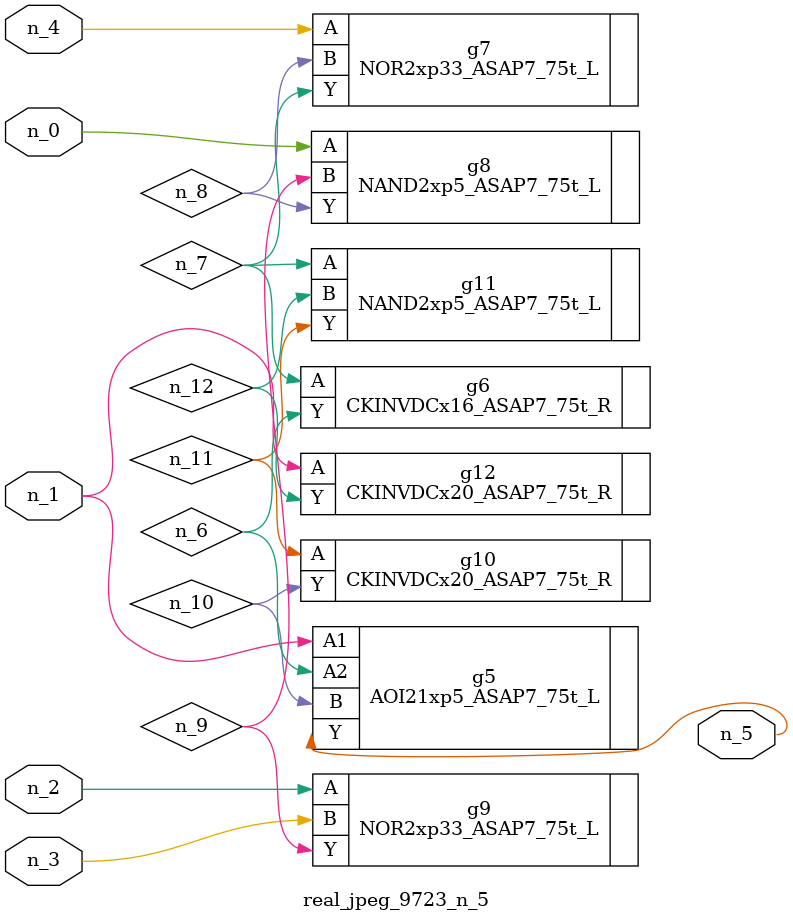
<source format=v>
module real_jpeg_9723_n_5 (n_4, n_0, n_1, n_2, n_3, n_5);

input n_4;
input n_0;
input n_1;
input n_2;
input n_3;

output n_5;

wire n_12;
wire n_8;
wire n_11;
wire n_6;
wire n_7;
wire n_10;
wire n_9;

NAND2xp5_ASAP7_75t_L g8 ( 
.A(n_0),
.B(n_9),
.Y(n_8)
);

AOI21xp5_ASAP7_75t_L g5 ( 
.A1(n_1),
.A2(n_6),
.B(n_10),
.Y(n_5)
);

CKINVDCx20_ASAP7_75t_R g12 ( 
.A(n_1),
.Y(n_12)
);

NOR2xp33_ASAP7_75t_L g9 ( 
.A(n_2),
.B(n_3),
.Y(n_9)
);

NOR2xp33_ASAP7_75t_L g7 ( 
.A(n_4),
.B(n_8),
.Y(n_7)
);

CKINVDCx16_ASAP7_75t_R g6 ( 
.A(n_7),
.Y(n_6)
);

NAND2xp5_ASAP7_75t_L g11 ( 
.A(n_7),
.B(n_12),
.Y(n_11)
);

CKINVDCx20_ASAP7_75t_R g10 ( 
.A(n_11),
.Y(n_10)
);


endmodule
</source>
